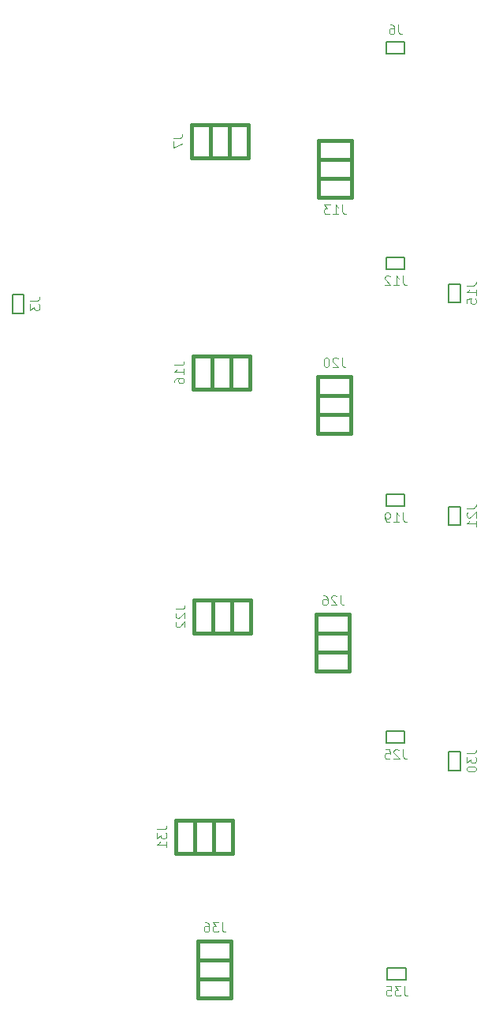
<source format=gbo>
G04 (created by PCBNEW-RS274X (2012-02-06 BZR 3180)-stable) date Sun 03 Jun 2012 09:51:07 PM CEST*
G01*
G70*
G90*
%MOIN*%
G04 Gerber Fmt 3.4, Leading zero omitted, Abs format*
%FSLAX34Y34*%
G04 APERTURE LIST*
%ADD10C,0.006000*%
%ADD11C,0.015000*%
%ADD12C,0.003900*%
G04 APERTURE END LIST*
G54D10*
X36304Y-28807D02*
X36304Y-29593D01*
X36304Y-29593D02*
X36796Y-29593D01*
X36796Y-29593D02*
X36796Y-28807D01*
X36796Y-28807D02*
X36304Y-28807D01*
X52107Y-18646D02*
X52893Y-18646D01*
X52893Y-18646D02*
X52893Y-18154D01*
X52893Y-18154D02*
X52107Y-18154D01*
X52107Y-18154D02*
X52107Y-18646D01*
X52893Y-27254D02*
X52107Y-27254D01*
X52107Y-27254D02*
X52107Y-27746D01*
X52107Y-27746D02*
X52893Y-27746D01*
X52893Y-27746D02*
X52893Y-27254D01*
X54754Y-28357D02*
X54754Y-29143D01*
X54754Y-29143D02*
X55246Y-29143D01*
X55246Y-29143D02*
X55246Y-28357D01*
X55246Y-28357D02*
X54754Y-28357D01*
X52893Y-37254D02*
X52107Y-37254D01*
X52107Y-37254D02*
X52107Y-37746D01*
X52107Y-37746D02*
X52893Y-37746D01*
X52893Y-37746D02*
X52893Y-37254D01*
X54754Y-37757D02*
X54754Y-38543D01*
X54754Y-38543D02*
X55246Y-38543D01*
X55246Y-38543D02*
X55246Y-37757D01*
X55246Y-37757D02*
X54754Y-37757D01*
X52893Y-47254D02*
X52107Y-47254D01*
X52107Y-47254D02*
X52107Y-47746D01*
X52107Y-47746D02*
X52893Y-47746D01*
X52893Y-47746D02*
X52893Y-47254D01*
X54754Y-48107D02*
X54754Y-48893D01*
X54754Y-48893D02*
X55246Y-48893D01*
X55246Y-48893D02*
X55246Y-48107D01*
X55246Y-48107D02*
X54754Y-48107D01*
X52943Y-57254D02*
X52157Y-57254D01*
X52157Y-57254D02*
X52157Y-57746D01*
X52157Y-57746D02*
X52943Y-57746D01*
X52943Y-57746D02*
X52943Y-57254D01*
G54D11*
X50640Y-23900D02*
X50640Y-24700D01*
X50640Y-24700D02*
X49240Y-24700D01*
X49240Y-24700D02*
X49240Y-23900D01*
X50640Y-23000D02*
X50640Y-23200D01*
X49240Y-23100D02*
X49240Y-23900D01*
X49240Y-23900D02*
X50640Y-23900D01*
X50640Y-23900D02*
X50640Y-23200D01*
X49340Y-22300D02*
X49240Y-22300D01*
X49240Y-22300D02*
X49240Y-23100D01*
X49240Y-23100D02*
X50540Y-23100D01*
X50540Y-23100D02*
X50640Y-23100D01*
X50640Y-23100D02*
X50640Y-22300D01*
X50640Y-22300D02*
X50540Y-22300D01*
X50540Y-22300D02*
X49340Y-22300D01*
X49220Y-33060D02*
X49220Y-32260D01*
X49220Y-32260D02*
X50620Y-32260D01*
X50620Y-32260D02*
X50620Y-33060D01*
X49220Y-33960D02*
X49220Y-33760D01*
X50620Y-33860D02*
X50620Y-33060D01*
X50620Y-33060D02*
X49220Y-33060D01*
X49220Y-33060D02*
X49220Y-33760D01*
X50520Y-34660D02*
X50620Y-34660D01*
X50620Y-34660D02*
X50620Y-33860D01*
X50620Y-33860D02*
X49320Y-33860D01*
X49320Y-33860D02*
X49220Y-33860D01*
X49220Y-33860D02*
X49220Y-34660D01*
X49220Y-34660D02*
X49320Y-34660D01*
X49320Y-34660D02*
X50520Y-34660D01*
X49160Y-43100D02*
X49160Y-42300D01*
X49160Y-42300D02*
X50560Y-42300D01*
X50560Y-42300D02*
X50560Y-43100D01*
X49160Y-44000D02*
X49160Y-43800D01*
X50560Y-43900D02*
X50560Y-43100D01*
X50560Y-43100D02*
X49160Y-43100D01*
X49160Y-43100D02*
X49160Y-43800D01*
X50460Y-44700D02*
X50560Y-44700D01*
X50560Y-44700D02*
X50560Y-43900D01*
X50560Y-43900D02*
X49260Y-43900D01*
X49260Y-43900D02*
X49160Y-43900D01*
X49160Y-43900D02*
X49160Y-44700D01*
X49160Y-44700D02*
X49260Y-44700D01*
X49260Y-44700D02*
X50460Y-44700D01*
X44150Y-56900D02*
X44150Y-56100D01*
X44150Y-56100D02*
X45550Y-56100D01*
X45550Y-56100D02*
X45550Y-56900D01*
X44150Y-57800D02*
X44150Y-57600D01*
X45550Y-57700D02*
X45550Y-56900D01*
X45550Y-56900D02*
X44150Y-56900D01*
X44150Y-56900D02*
X44150Y-57600D01*
X45450Y-58500D02*
X45550Y-58500D01*
X45550Y-58500D02*
X45550Y-57700D01*
X45550Y-57700D02*
X44250Y-57700D01*
X44250Y-57700D02*
X44150Y-57700D01*
X44150Y-57700D02*
X44150Y-58500D01*
X44150Y-58500D02*
X44250Y-58500D01*
X44250Y-58500D02*
X45450Y-58500D01*
X44690Y-23035D02*
X43890Y-23035D01*
X43890Y-23035D02*
X43890Y-21635D01*
X43890Y-21635D02*
X44690Y-21635D01*
X45590Y-23035D02*
X45390Y-23035D01*
X45490Y-21635D02*
X44690Y-21635D01*
X44690Y-21635D02*
X44690Y-23035D01*
X44690Y-23035D02*
X45390Y-23035D01*
X46290Y-21735D02*
X46290Y-21635D01*
X46290Y-21635D02*
X45490Y-21635D01*
X45490Y-21635D02*
X45490Y-22935D01*
X45490Y-22935D02*
X45490Y-23035D01*
X45490Y-23035D02*
X46290Y-23035D01*
X46290Y-23035D02*
X46290Y-22935D01*
X46290Y-22935D02*
X46290Y-21735D01*
X44750Y-32800D02*
X43950Y-32800D01*
X43950Y-32800D02*
X43950Y-31400D01*
X43950Y-31400D02*
X44750Y-31400D01*
X45650Y-32800D02*
X45450Y-32800D01*
X45550Y-31400D02*
X44750Y-31400D01*
X44750Y-31400D02*
X44750Y-32800D01*
X44750Y-32800D02*
X45450Y-32800D01*
X46350Y-31500D02*
X46350Y-31400D01*
X46350Y-31400D02*
X45550Y-31400D01*
X45550Y-31400D02*
X45550Y-32700D01*
X45550Y-32700D02*
X45550Y-32800D01*
X45550Y-32800D02*
X46350Y-32800D01*
X46350Y-32800D02*
X46350Y-32700D01*
X46350Y-32700D02*
X46350Y-31500D01*
X44790Y-43095D02*
X43990Y-43095D01*
X43990Y-43095D02*
X43990Y-41695D01*
X43990Y-41695D02*
X44790Y-41695D01*
X45690Y-43095D02*
X45490Y-43095D01*
X45590Y-41695D02*
X44790Y-41695D01*
X44790Y-41695D02*
X44790Y-43095D01*
X44790Y-43095D02*
X45490Y-43095D01*
X46390Y-41795D02*
X46390Y-41695D01*
X46390Y-41695D02*
X45590Y-41695D01*
X45590Y-41695D02*
X45590Y-42995D01*
X45590Y-42995D02*
X45590Y-43095D01*
X45590Y-43095D02*
X46390Y-43095D01*
X46390Y-43095D02*
X46390Y-42995D01*
X46390Y-42995D02*
X46390Y-41795D01*
X44015Y-52395D02*
X43215Y-52395D01*
X43215Y-52395D02*
X43215Y-50995D01*
X43215Y-50995D02*
X44015Y-50995D01*
X44915Y-52395D02*
X44715Y-52395D01*
X44815Y-50995D02*
X44015Y-50995D01*
X44015Y-50995D02*
X44015Y-52395D01*
X44015Y-52395D02*
X44715Y-52395D01*
X45615Y-51095D02*
X45615Y-50995D01*
X45615Y-50995D02*
X44815Y-50995D01*
X44815Y-50995D02*
X44815Y-52295D01*
X44815Y-52295D02*
X44815Y-52395D01*
X44815Y-52395D02*
X45615Y-52395D01*
X45615Y-52395D02*
X45615Y-52295D01*
X45615Y-52295D02*
X45615Y-51095D01*
G54D12*
X37065Y-29069D02*
X37347Y-29069D01*
X37403Y-29051D01*
X37441Y-29013D01*
X37459Y-28957D01*
X37459Y-28919D01*
X37065Y-29219D02*
X37065Y-29463D01*
X37216Y-29332D01*
X37216Y-29388D01*
X37234Y-29426D01*
X37253Y-29444D01*
X37291Y-29463D01*
X37384Y-29463D01*
X37422Y-29444D01*
X37441Y-29426D01*
X37459Y-29388D01*
X37459Y-29276D01*
X37441Y-29238D01*
X37422Y-29219D01*
X52631Y-17415D02*
X52631Y-17697D01*
X52649Y-17753D01*
X52687Y-17791D01*
X52743Y-17809D01*
X52781Y-17809D01*
X52274Y-17415D02*
X52349Y-17415D01*
X52387Y-17434D01*
X52406Y-17453D01*
X52443Y-17509D01*
X52462Y-17584D01*
X52462Y-17734D01*
X52443Y-17772D01*
X52424Y-17791D01*
X52387Y-17809D01*
X52312Y-17809D01*
X52274Y-17791D01*
X52256Y-17772D01*
X52237Y-17734D01*
X52237Y-17641D01*
X52256Y-17603D01*
X52274Y-17584D01*
X52312Y-17566D01*
X52387Y-17566D01*
X52424Y-17584D01*
X52443Y-17603D01*
X52462Y-17641D01*
X52819Y-28015D02*
X52819Y-28297D01*
X52837Y-28353D01*
X52875Y-28391D01*
X52931Y-28409D01*
X52969Y-28409D01*
X52425Y-28409D02*
X52650Y-28409D01*
X52537Y-28409D02*
X52537Y-28015D01*
X52575Y-28072D01*
X52612Y-28109D01*
X52650Y-28128D01*
X52275Y-28053D02*
X52256Y-28034D01*
X52219Y-28015D01*
X52125Y-28015D01*
X52087Y-28034D01*
X52069Y-28053D01*
X52050Y-28091D01*
X52050Y-28128D01*
X52069Y-28184D01*
X52294Y-28409D01*
X52050Y-28409D01*
X55515Y-28431D02*
X55797Y-28431D01*
X55853Y-28413D01*
X55891Y-28375D01*
X55909Y-28319D01*
X55909Y-28281D01*
X55909Y-28825D02*
X55909Y-28600D01*
X55909Y-28713D02*
X55515Y-28713D01*
X55572Y-28675D01*
X55609Y-28638D01*
X55628Y-28600D01*
X55515Y-29181D02*
X55515Y-28994D01*
X55703Y-28975D01*
X55684Y-28994D01*
X55666Y-29031D01*
X55666Y-29125D01*
X55684Y-29163D01*
X55703Y-29181D01*
X55741Y-29200D01*
X55834Y-29200D01*
X55872Y-29181D01*
X55891Y-29163D01*
X55909Y-29125D01*
X55909Y-29031D01*
X55891Y-28994D01*
X55872Y-28975D01*
X52819Y-38015D02*
X52819Y-38297D01*
X52837Y-38353D01*
X52875Y-38391D01*
X52931Y-38409D01*
X52969Y-38409D01*
X52425Y-38409D02*
X52650Y-38409D01*
X52537Y-38409D02*
X52537Y-38015D01*
X52575Y-38072D01*
X52612Y-38109D01*
X52650Y-38128D01*
X52237Y-38409D02*
X52162Y-38409D01*
X52125Y-38391D01*
X52106Y-38372D01*
X52069Y-38316D01*
X52050Y-38241D01*
X52050Y-38091D01*
X52069Y-38053D01*
X52087Y-38034D01*
X52125Y-38015D01*
X52200Y-38015D01*
X52237Y-38034D01*
X52256Y-38053D01*
X52275Y-38091D01*
X52275Y-38184D01*
X52256Y-38222D01*
X52237Y-38241D01*
X52200Y-38259D01*
X52125Y-38259D01*
X52087Y-38241D01*
X52069Y-38222D01*
X52050Y-38184D01*
X55515Y-37831D02*
X55797Y-37831D01*
X55853Y-37813D01*
X55891Y-37775D01*
X55909Y-37719D01*
X55909Y-37681D01*
X55553Y-38000D02*
X55534Y-38019D01*
X55515Y-38056D01*
X55515Y-38150D01*
X55534Y-38188D01*
X55553Y-38206D01*
X55591Y-38225D01*
X55628Y-38225D01*
X55684Y-38206D01*
X55909Y-37981D01*
X55909Y-38225D01*
X55909Y-38600D02*
X55909Y-38375D01*
X55909Y-38488D02*
X55515Y-38488D01*
X55572Y-38450D01*
X55609Y-38413D01*
X55628Y-38375D01*
X52819Y-48015D02*
X52819Y-48297D01*
X52837Y-48353D01*
X52875Y-48391D01*
X52931Y-48409D01*
X52969Y-48409D01*
X52650Y-48053D02*
X52631Y-48034D01*
X52594Y-48015D01*
X52500Y-48015D01*
X52462Y-48034D01*
X52444Y-48053D01*
X52425Y-48091D01*
X52425Y-48128D01*
X52444Y-48184D01*
X52669Y-48409D01*
X52425Y-48409D01*
X52069Y-48015D02*
X52256Y-48015D01*
X52275Y-48203D01*
X52256Y-48184D01*
X52219Y-48166D01*
X52125Y-48166D01*
X52087Y-48184D01*
X52069Y-48203D01*
X52050Y-48241D01*
X52050Y-48334D01*
X52069Y-48372D01*
X52087Y-48391D01*
X52125Y-48409D01*
X52219Y-48409D01*
X52256Y-48391D01*
X52275Y-48372D01*
X55515Y-48181D02*
X55797Y-48181D01*
X55853Y-48163D01*
X55891Y-48125D01*
X55909Y-48069D01*
X55909Y-48031D01*
X55515Y-48331D02*
X55515Y-48575D01*
X55666Y-48444D01*
X55666Y-48500D01*
X55684Y-48538D01*
X55703Y-48556D01*
X55741Y-48575D01*
X55834Y-48575D01*
X55872Y-48556D01*
X55891Y-48538D01*
X55909Y-48500D01*
X55909Y-48388D01*
X55891Y-48350D01*
X55872Y-48331D01*
X55515Y-48819D02*
X55515Y-48856D01*
X55534Y-48894D01*
X55553Y-48913D01*
X55591Y-48931D01*
X55666Y-48950D01*
X55759Y-48950D01*
X55834Y-48931D01*
X55872Y-48913D01*
X55891Y-48894D01*
X55909Y-48856D01*
X55909Y-48819D01*
X55891Y-48781D01*
X55872Y-48763D01*
X55834Y-48744D01*
X55759Y-48725D01*
X55666Y-48725D01*
X55591Y-48744D01*
X55553Y-48763D01*
X55534Y-48781D01*
X55515Y-48819D01*
X52869Y-58015D02*
X52869Y-58297D01*
X52887Y-58353D01*
X52925Y-58391D01*
X52981Y-58409D01*
X53019Y-58409D01*
X52719Y-58015D02*
X52475Y-58015D01*
X52606Y-58166D01*
X52550Y-58166D01*
X52512Y-58184D01*
X52494Y-58203D01*
X52475Y-58241D01*
X52475Y-58334D01*
X52494Y-58372D01*
X52512Y-58391D01*
X52550Y-58409D01*
X52662Y-58409D01*
X52700Y-58391D01*
X52719Y-58372D01*
X52119Y-58015D02*
X52306Y-58015D01*
X52325Y-58203D01*
X52306Y-58184D01*
X52269Y-58166D01*
X52175Y-58166D01*
X52137Y-58184D01*
X52119Y-58203D01*
X52100Y-58241D01*
X52100Y-58334D01*
X52119Y-58372D01*
X52137Y-58391D01*
X52175Y-58409D01*
X52269Y-58409D01*
X52306Y-58391D01*
X52325Y-58372D01*
X50259Y-25015D02*
X50259Y-25297D01*
X50277Y-25353D01*
X50315Y-25391D01*
X50371Y-25409D01*
X50409Y-25409D01*
X49865Y-25409D02*
X50090Y-25409D01*
X49977Y-25409D02*
X49977Y-25015D01*
X50015Y-25072D01*
X50052Y-25109D01*
X50090Y-25128D01*
X49734Y-25015D02*
X49490Y-25015D01*
X49621Y-25166D01*
X49565Y-25166D01*
X49527Y-25184D01*
X49509Y-25203D01*
X49490Y-25241D01*
X49490Y-25334D01*
X49509Y-25372D01*
X49527Y-25391D01*
X49565Y-25409D01*
X49677Y-25409D01*
X49715Y-25391D01*
X49734Y-25372D01*
X50239Y-31475D02*
X50239Y-31757D01*
X50257Y-31813D01*
X50295Y-31851D01*
X50351Y-31869D01*
X50389Y-31869D01*
X50070Y-31513D02*
X50051Y-31494D01*
X50014Y-31475D01*
X49920Y-31475D01*
X49882Y-31494D01*
X49864Y-31513D01*
X49845Y-31551D01*
X49845Y-31588D01*
X49864Y-31644D01*
X50089Y-31869D01*
X49845Y-31869D01*
X49601Y-31475D02*
X49564Y-31475D01*
X49526Y-31494D01*
X49507Y-31513D01*
X49489Y-31551D01*
X49470Y-31626D01*
X49470Y-31719D01*
X49489Y-31794D01*
X49507Y-31832D01*
X49526Y-31851D01*
X49564Y-31869D01*
X49601Y-31869D01*
X49639Y-31851D01*
X49657Y-31832D01*
X49676Y-31794D01*
X49695Y-31719D01*
X49695Y-31626D01*
X49676Y-31551D01*
X49657Y-31513D01*
X49639Y-31494D01*
X49601Y-31475D01*
X50179Y-41515D02*
X50179Y-41797D01*
X50197Y-41853D01*
X50235Y-41891D01*
X50291Y-41909D01*
X50329Y-41909D01*
X50010Y-41553D02*
X49991Y-41534D01*
X49954Y-41515D01*
X49860Y-41515D01*
X49822Y-41534D01*
X49804Y-41553D01*
X49785Y-41591D01*
X49785Y-41628D01*
X49804Y-41684D01*
X50029Y-41909D01*
X49785Y-41909D01*
X49447Y-41515D02*
X49522Y-41515D01*
X49560Y-41534D01*
X49579Y-41553D01*
X49616Y-41609D01*
X49635Y-41684D01*
X49635Y-41834D01*
X49616Y-41872D01*
X49597Y-41891D01*
X49560Y-41909D01*
X49485Y-41909D01*
X49447Y-41891D01*
X49429Y-41872D01*
X49410Y-41834D01*
X49410Y-41741D01*
X49429Y-41703D01*
X49447Y-41684D01*
X49485Y-41666D01*
X49560Y-41666D01*
X49597Y-41684D01*
X49616Y-41703D01*
X49635Y-41741D01*
X45169Y-55315D02*
X45169Y-55597D01*
X45187Y-55653D01*
X45225Y-55691D01*
X45281Y-55709D01*
X45319Y-55709D01*
X45019Y-55315D02*
X44775Y-55315D01*
X44906Y-55466D01*
X44850Y-55466D01*
X44812Y-55484D01*
X44794Y-55503D01*
X44775Y-55541D01*
X44775Y-55634D01*
X44794Y-55672D01*
X44812Y-55691D01*
X44850Y-55709D01*
X44962Y-55709D01*
X45000Y-55691D01*
X45019Y-55672D01*
X44437Y-55315D02*
X44512Y-55315D01*
X44550Y-55334D01*
X44569Y-55353D01*
X44606Y-55409D01*
X44625Y-55484D01*
X44625Y-55634D01*
X44606Y-55672D01*
X44587Y-55691D01*
X44550Y-55709D01*
X44475Y-55709D01*
X44437Y-55691D01*
X44419Y-55672D01*
X44400Y-55634D01*
X44400Y-55541D01*
X44419Y-55503D01*
X44437Y-55484D01*
X44475Y-55466D01*
X44550Y-55466D01*
X44587Y-55484D01*
X44606Y-55503D01*
X44625Y-55541D01*
X43105Y-22204D02*
X43387Y-22204D01*
X43443Y-22186D01*
X43481Y-22148D01*
X43499Y-22092D01*
X43499Y-22054D01*
X43105Y-22354D02*
X43105Y-22617D01*
X43499Y-22448D01*
X43165Y-31781D02*
X43447Y-31781D01*
X43503Y-31763D01*
X43541Y-31725D01*
X43559Y-31669D01*
X43559Y-31631D01*
X43559Y-32175D02*
X43559Y-31950D01*
X43559Y-32063D02*
X43165Y-32063D01*
X43222Y-32025D01*
X43259Y-31988D01*
X43278Y-31950D01*
X43165Y-32513D02*
X43165Y-32438D01*
X43184Y-32400D01*
X43203Y-32381D01*
X43259Y-32344D01*
X43334Y-32325D01*
X43484Y-32325D01*
X43522Y-32344D01*
X43541Y-32363D01*
X43559Y-32400D01*
X43559Y-32475D01*
X43541Y-32513D01*
X43522Y-32531D01*
X43484Y-32550D01*
X43391Y-32550D01*
X43353Y-32531D01*
X43334Y-32513D01*
X43316Y-32475D01*
X43316Y-32400D01*
X43334Y-32363D01*
X43353Y-32344D01*
X43391Y-32325D01*
X43205Y-42076D02*
X43487Y-42076D01*
X43543Y-42058D01*
X43581Y-42020D01*
X43599Y-41964D01*
X43599Y-41926D01*
X43243Y-42245D02*
X43224Y-42264D01*
X43205Y-42301D01*
X43205Y-42395D01*
X43224Y-42433D01*
X43243Y-42451D01*
X43281Y-42470D01*
X43318Y-42470D01*
X43374Y-42451D01*
X43599Y-42226D01*
X43599Y-42470D01*
X43243Y-42620D02*
X43224Y-42639D01*
X43205Y-42676D01*
X43205Y-42770D01*
X43224Y-42808D01*
X43243Y-42826D01*
X43281Y-42845D01*
X43318Y-42845D01*
X43374Y-42826D01*
X43599Y-42601D01*
X43599Y-42845D01*
X42430Y-51376D02*
X42712Y-51376D01*
X42768Y-51358D01*
X42806Y-51320D01*
X42824Y-51264D01*
X42824Y-51226D01*
X42430Y-51526D02*
X42430Y-51770D01*
X42581Y-51639D01*
X42581Y-51695D01*
X42599Y-51733D01*
X42618Y-51751D01*
X42656Y-51770D01*
X42749Y-51770D01*
X42787Y-51751D01*
X42806Y-51733D01*
X42824Y-51695D01*
X42824Y-51583D01*
X42806Y-51545D01*
X42787Y-51526D01*
X42824Y-52145D02*
X42824Y-51920D01*
X42824Y-52033D02*
X42430Y-52033D01*
X42487Y-51995D01*
X42524Y-51958D01*
X42543Y-51920D01*
M02*

</source>
